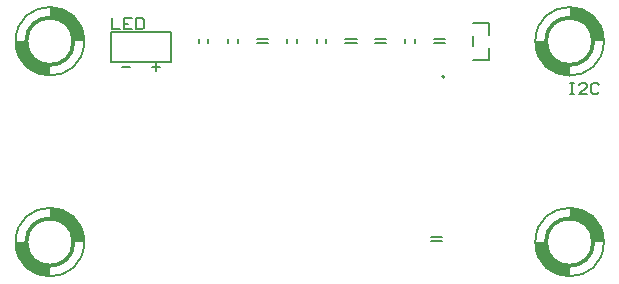
<source format=gto>
G04 Layer_Color=65535*
%FSLAX44Y44*%
%MOMM*%
G71*
G01*
G75*
%ADD32C,0.2000*%
%ADD33C,0.3000*%
%ADD34C,0.1500*%
%ADD35C,0.1270*%
%ADD36C,0.1524*%
G36*
X33250Y58600D02*
X37800D01*
X39750Y56650D01*
X42350D01*
X44300Y54700D01*
X46250D01*
X50800Y50150D01*
Y49500D01*
X55350Y44950D01*
Y43000D01*
X57300Y41050D01*
X57950Y37150D01*
X59000Y34800D01*
Y30000D01*
X50000D01*
X49500Y30500D01*
Y37150D01*
X47550Y39100D01*
Y40400D01*
X43000Y44950D01*
X42350D01*
X38450Y48850D01*
X34550D01*
X33250Y50150D01*
X30000D01*
Y59250D01*
X32600D01*
X33250Y58600D01*
D02*
G37*
G36*
X473250D02*
X477800D01*
X479750Y56650D01*
X482350D01*
X484300Y54700D01*
X486250D01*
X490800Y50150D01*
Y49500D01*
X495350Y44950D01*
Y43000D01*
X497300Y41050D01*
X497950Y37150D01*
X499000Y34800D01*
Y30000D01*
X490000D01*
X489500Y30500D01*
Y37150D01*
X487550Y39100D01*
Y40400D01*
X483000Y44950D01*
X482350D01*
X478450Y48850D01*
X474550D01*
X473250Y50150D01*
X470000D01*
Y59250D01*
X472600D01*
X473250Y58600D01*
D02*
G37*
G36*
X10500Y29500D02*
Y22850D01*
X12450Y20900D01*
Y19600D01*
X17000Y15050D01*
X17650D01*
X21550Y11150D01*
X25450D01*
X26750Y9850D01*
X30000D01*
Y750D01*
X27400D01*
X26750Y1400D01*
X22200D01*
X20250Y3350D01*
X17650D01*
X15700Y5300D01*
X13750D01*
X9200Y9850D01*
Y10500D01*
X4650Y15050D01*
Y17000D01*
X2700Y18950D01*
X2050Y22850D01*
X1000Y25200D01*
Y30000D01*
X10000D01*
X10500Y29500D01*
D02*
G37*
G36*
X450500D02*
Y22850D01*
X452450Y20900D01*
Y19600D01*
X457000Y15050D01*
X457650D01*
X461550Y11150D01*
X465450D01*
X466750Y9850D01*
X470000D01*
Y750D01*
X467400D01*
X466750Y1400D01*
X462200D01*
X460250Y3350D01*
X457650D01*
X455700Y5300D01*
X453750D01*
X449200Y9850D01*
Y10500D01*
X444650Y15050D01*
Y17000D01*
X442700Y18950D01*
X442050Y22850D01*
X441000Y25200D01*
Y30000D01*
X450000D01*
X450500Y29500D01*
D02*
G37*
G36*
X33250Y228600D02*
X37800D01*
X39750Y226650D01*
X42350D01*
X44300Y224700D01*
X46250D01*
X50800Y220150D01*
Y219500D01*
X55350Y214950D01*
Y213000D01*
X57300Y211050D01*
X57950Y207150D01*
X59000Y204800D01*
Y200000D01*
X50000D01*
X49500Y200500D01*
Y207150D01*
X47550Y209100D01*
Y210400D01*
X43000Y214950D01*
X42350D01*
X38450Y218850D01*
X34550D01*
X33250Y220150D01*
X30000D01*
Y229250D01*
X32600D01*
X33250Y228600D01*
D02*
G37*
G36*
X473250D02*
X477800D01*
X479750Y226650D01*
X482350D01*
X484300Y224700D01*
X486250D01*
X490800Y220150D01*
Y219500D01*
X495350Y214950D01*
Y213000D01*
X497300Y211050D01*
X497950Y207150D01*
X499000Y204800D01*
Y200000D01*
X490000D01*
X489500Y200500D01*
Y207150D01*
X487550Y209100D01*
Y210400D01*
X483000Y214950D01*
X482350D01*
X478450Y218850D01*
X474550D01*
X473250Y220150D01*
X470000D01*
Y229250D01*
X472600D01*
X473250Y228600D01*
D02*
G37*
G36*
X10500Y199500D02*
Y192850D01*
X12450Y190900D01*
Y189600D01*
X17000Y185050D01*
X17650D01*
X21550Y181150D01*
X25450D01*
X26750Y179850D01*
X30000D01*
Y170750D01*
X27400D01*
X26750Y171400D01*
X22200D01*
X20250Y173350D01*
X17650D01*
X15700Y175300D01*
X13750D01*
X9200Y179850D01*
Y180500D01*
X4650Y185050D01*
Y187000D01*
X2700Y188950D01*
X2050Y192850D01*
X1000Y195200D01*
Y200000D01*
X10000D01*
X10500Y199500D01*
D02*
G37*
G36*
X450500D02*
Y192850D01*
X452450Y190900D01*
Y189600D01*
X457000Y185050D01*
X457650D01*
X461550Y181150D01*
X465450D01*
X466750Y179850D01*
X470000D01*
Y170750D01*
X467400D01*
X466750Y171400D01*
X462200D01*
X460250Y173350D01*
X457650D01*
X455700Y175300D01*
X453750D01*
X449200Y179850D01*
Y180500D01*
X444650Y185050D01*
Y187000D01*
X442700Y188950D01*
X442050Y192850D01*
X441000Y195200D01*
Y200000D01*
X450000D01*
X450500Y199500D01*
D02*
G37*
D32*
X364000Y170000D02*
G03*
X364000Y170000I-1000J0D01*
G01*
X81900Y182300D02*
Y207700D01*
X132700D01*
Y182300D02*
Y207700D01*
X81900Y182300D02*
X132700D01*
X116400Y177998D02*
X123064D01*
X119732Y181331D02*
Y174666D01*
X91000Y177998D02*
X97664D01*
X83000Y219997D02*
Y210000D01*
X89664D01*
X99661Y219997D02*
X92997D01*
Y210000D01*
X99661D01*
X92997Y214998D02*
X96329D01*
X102993Y219997D02*
Y210000D01*
X107992D01*
X109658Y211666D01*
Y218331D01*
X107992Y219997D01*
X102993D01*
X470000Y164997D02*
X473332D01*
X471666D01*
Y155000D01*
X470000D01*
X473332D01*
X484995D02*
X478331D01*
X484995Y161665D01*
Y163331D01*
X483329Y164997D01*
X479997D01*
X478331Y163331D01*
X494992D02*
X493326Y164997D01*
X489994D01*
X488327Y163331D01*
Y156666D01*
X489994Y155000D01*
X493326D01*
X494992Y156666D01*
D33*
X490000Y200000D02*
G03*
X490000Y200000I-20000J0D01*
G01*
X50000D02*
G03*
X50000Y200000I-20000J0D01*
G01*
Y30000D02*
G03*
X50000Y30000I-20000J0D01*
G01*
X490000D02*
G03*
X490000Y30000I-20000J0D01*
G01*
D34*
X499000Y200000D02*
G03*
X499000Y200000I-29000J0D01*
G01*
X59000D02*
G03*
X59000Y200000I-29000J0D01*
G01*
Y30000D02*
G03*
X59000Y30000I-29000J0D01*
G01*
X499000D02*
G03*
X499000Y30000I-29000J0D01*
G01*
D35*
X352738Y30722D02*
X362262D01*
X352738Y34278D02*
X362262D01*
X239064Y198476D02*
Y201524D01*
X230936Y198476D02*
Y201524D01*
X264064Y198476D02*
Y201524D01*
X255936Y198476D02*
Y201524D01*
X280238Y201778D02*
X289762D01*
X280238Y198222D02*
X289762D01*
X355238Y198222D02*
X364762D01*
X355238Y201778D02*
X364762D01*
X180936Y198476D02*
Y201524D01*
X189064Y198476D02*
Y201524D01*
X155936Y198476D02*
Y201524D01*
X164064Y198476D02*
Y201524D01*
X205238Y201778D02*
X214762D01*
X205238Y198222D02*
X214762D01*
X339064Y198476D02*
Y201524D01*
X330936Y198476D02*
Y201524D01*
X305238Y201778D02*
X314762D01*
X305238Y198222D02*
X314762D01*
D36*
X388396Y195682D02*
Y204364D01*
X401604Y184252D02*
Y194158D01*
X388476Y184252D02*
X401604D01*
Y205136D02*
Y215724D01*
X388476D02*
X401604D01*
M02*

</source>
